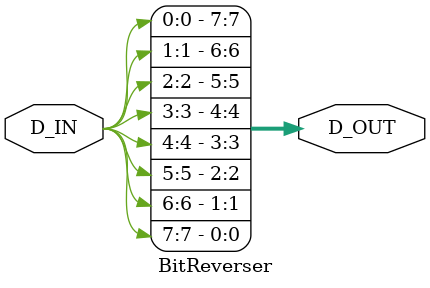
<source format=sv>
`timescale 1ns / 1ps


module BitReverser #(parameter WIDTH = 8) (
    input [WIDTH-1:0] D_IN,
    output logic [WIDTH-1:0] D_OUT
    );
    
    always_comb begin
        for (int i = 0; i < WIDTH; i++) begin
            D_OUT[(WIDTH-1) - i] <= D_IN[i];
        end
    end
    
endmodule

</source>
